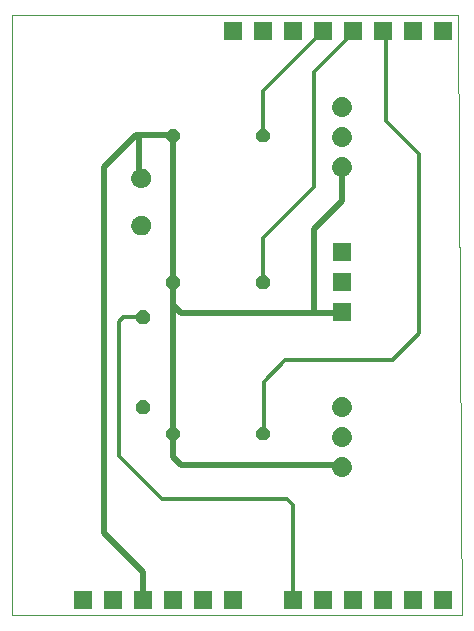
<source format=gtl>
G75*
G71*
%OFA0B0*%
%FSLAX23Y23*%
%IPPOS*%
%LPD*%
%ADD10C,0.1*%
%ADD11C,0.305*%
%ADD12C,0.508*%
%LPD*%D10*
X0Y0D02*
X0Y100D01*
X0Y200D01*
X0Y300D01*
X0Y400D01*
X0Y500D01*
X0Y600D01*
X0Y700D01*
X0Y800D01*
X0Y900D01*
X0Y1000D01*
X0Y1100D01*
X0Y1200D01*
X0Y1300D01*
X0Y1400D01*
X0Y1500D01*
X0Y1600D01*
X0Y1700D01*
X0Y1800D01*
X0Y1900D01*
X0Y2000D01*
X0Y2100D01*
X0Y2200D01*
X0Y2300D01*
X0Y2400D01*
X0Y2500D01*
X0Y2600D01*
X0Y2700D01*
X0Y2800D01*
X0Y2900D01*
X0Y3000D01*
X0Y3100D01*
X0Y3200D01*
X0Y3300D01*
X0Y3400D01*
X0Y3500D01*
X0Y3600D01*
X0Y3700D01*
X0Y3800D01*
X0Y3900D01*
X0Y4000D01*
X0Y4100D01*
X0Y4200D01*
X0Y4300D01*
X0Y4400D01*
X0Y4500D01*
X0Y4600D01*
X0Y4700D01*
X0Y4800D01*
X0Y4900D01*
X0Y5000D01*
X0Y5100D01*
X0Y5200D01*
X0Y5300D01*
X0Y5400D01*
X0Y5500D01*
X0Y5600D01*
X0Y5700D01*
X0Y5800D01*
X0Y5900D01*
X0Y6000D01*
X0Y6100D01*
X0Y6200D01*
X0Y6300D01*
X0Y6400D01*
X0Y6500D01*
X0Y6600D01*
X0Y6700D01*
X0Y6800D01*
X0Y6900D01*
X0Y7000D01*
X0Y7100D01*
X0Y7200D01*
X0Y7300D01*
X0Y7400D01*
X0Y7500D01*
X0Y7600D01*
X0Y7700D01*
X0Y7800D01*
X0Y7900D01*
X0Y8000D01*
X0Y8100D01*
X0Y8200D01*
X0Y8300D01*
X0Y8400D01*
X0Y8500D01*
X0Y8600D01*
X0Y8700D01*
X0Y8800D01*
X0Y8900D01*
X0Y9000D01*
X0Y9100D01*
X0Y9200D01*
X0Y9300D01*
X0Y9400D01*
X0Y9500D01*
X0Y9600D01*
X0Y9700D01*
X0Y9800D01*
X0Y9900D01*
X0Y10000D01*
X0Y10100D01*
X0Y10200D01*
X0Y10300D01*
X0Y10400D01*
X0Y10500D01*
X0Y10600D01*
X0Y10700D01*
X0Y10800D01*
X0Y10900D01*
X0Y11000D01*
X0Y11100D01*
X0Y11200D01*
X0Y11300D01*
X0Y11400D01*
X0Y11500D01*
X0Y11600D01*
X0Y11700D01*
X0Y11800D01*
X0Y11900D01*
X0Y12000D01*
X0Y12100D01*
X0Y12200D01*
X0Y12300D01*
X0Y12400D01*
X0Y12500D01*
X0Y12600D01*
X0Y12700D01*
X0Y12800D01*
X0Y12900D01*
X0Y13000D01*
X0Y13100D01*
X0Y13200D01*
X0Y13300D01*
X0Y13400D01*
X0Y13500D01*
X0Y13600D01*
X0Y13700D01*
X0Y13800D01*
X0Y13900D01*
X0Y14000D01*
X0Y14100D01*
X0Y14200D01*
X0Y14300D01*
X0Y14400D01*
X0Y14500D01*
X0Y14600D01*
X0Y14700D01*
X0Y14800D01*
X0Y14900D01*
X0Y15000D01*
X0Y15100D01*
X0Y15200D01*
X0Y15300D01*
X0Y15400D01*
X0Y15500D01*
X0Y15600D01*
X0Y15700D01*
X0Y15800D01*
X0Y15900D01*
X0Y16000D01*
X0Y16100D01*
X0Y16200D01*
X0Y16300D01*
X0Y16400D01*
X0Y16500D01*
X0Y16600D01*
X0Y16700D01*
X0Y16800D01*
X0Y16900D01*
X0Y17000D01*
X0Y17100D01*
X0Y17200D01*
X0Y17300D01*
X0Y17400D01*
X0Y17500D01*
X0Y17600D01*
X0Y17700D01*
X0Y17800D01*
X0Y17900D01*
X0Y18000D01*
X0Y18100D01*
X0Y18200D01*
X0Y18300D01*
X0Y18400D01*
X0Y18500D01*
X0Y18600D01*
X0Y18700D01*
X0Y18800D01*
X0Y18900D01*
X0Y19000D01*
X0Y19100D01*
X0Y19200D01*
X0Y19300D01*
X0Y19400D01*
X0Y19500D01*
X0Y19600D01*
X0Y19700D01*
X0Y19800D01*
X0Y19900D01*
X0Y20000D01*
X0Y20100D01*
X0Y20200D01*
X0Y20300D01*
X0Y20400D01*
X0Y20500D01*
X0Y20600D01*
X0Y20700D01*
X0Y20800D01*
X0Y20900D01*
X0Y21000D01*
X0Y21100D01*
X0Y21200D01*
X0Y21300D01*
X0Y21400D01*
X0Y21500D01*
X0Y21600D01*
X0Y21700D01*
X0Y21800D01*
X0Y21900D01*
X0Y22000D01*
X0Y22100D01*
X0Y22200D01*
X0Y22300D01*
X0Y22400D01*
X0Y22500D01*
X0Y22600D01*
X0Y22700D01*
X0Y22800D01*
X0Y22900D01*
X0Y23000D01*
X0Y23100D01*
X0Y23200D01*
X0Y23300D01*
X0Y23400D01*
X0Y23500D01*
X0Y23600D01*
X0Y23700D01*
X0Y23800D01*
X0Y23900D01*
X0Y24000D01*
X0Y24100D01*
X0Y24200D01*
X0Y24300D01*
X0Y24400D01*
X0Y24500D01*
X0Y24600D01*
X0Y24700D01*
X0Y24800D01*
X0Y24900D01*
X0Y25000D01*
X0Y25100D01*
X0Y25200D01*
X0Y25300D01*
X0Y25400D01*
X0Y25500D01*
X0Y25600D01*
X0Y25700D01*
X0Y25800D01*
X0Y25900D01*
X0Y26000D01*
X0Y26100D01*
X0Y26200D01*
X0Y26300D01*
X0Y26400D01*
X0Y26500D01*
X0Y26600D01*
X0Y26700D01*
X0Y26800D01*
X0Y26900D01*
X0Y27000D01*
X0Y27100D01*
X0Y27200D01*
X0Y27300D01*
X0Y27400D01*
X0Y27500D01*
X0Y27600D01*
X0Y27700D01*
X0Y27800D01*
X0Y27900D01*
X0Y28000D01*
X0Y28100D01*
X0Y28200D01*
X0Y28300D01*
X0Y28400D01*
X0Y28500D01*
X0Y28600D01*
X0Y28700D01*
X0Y28800D01*
X0Y28900D01*
X0Y29000D01*
X0Y29100D01*
X0Y29200D01*
X0Y29300D01*
X0Y29400D01*
X0Y29500D01*
X0Y29600D01*
X0Y29700D01*
X0Y29800D01*
X0Y29900D01*
X0Y30000D01*
X0Y30100D01*
X0Y30200D01*
X0Y30300D01*
X0Y30400D01*
X0Y30500D01*
X0Y30600D01*
X0Y30700D01*
X0Y30800D01*
X0Y30900D01*
X0Y31000D01*
X0Y31100D01*
X0Y31200D01*
X0Y31300D01*
X0Y31400D01*
X0Y31500D01*
X0Y31600D01*
X0Y31700D01*
X0Y31800D01*
X0Y31900D01*
X0Y32000D01*
X0Y32100D01*
X0Y32200D01*
X0Y32300D01*
X0Y32400D01*
X0Y32500D01*
X0Y32600D01*
X0Y32700D01*
X0Y32800D01*
X0Y32900D01*
X0Y33000D01*
X0Y33100D01*
X0Y33200D01*
X0Y33300D01*
X0Y33400D01*
X0Y33500D01*
X0Y33600D01*
X0Y33700D01*
X0Y33800D01*
X0Y33900D01*
X0Y34000D01*
X0Y34100D01*
X0Y34200D01*
X0Y34300D01*
X0Y34400D01*
X0Y34500D01*
X0Y34600D01*
X0Y34700D01*
X0Y34800D01*
X0Y34900D01*
X0Y35000D01*
X0Y35100D01*
X0Y35200D01*
X0Y35300D01*
X0Y35400D01*
X0Y35500D01*
X0Y35600D01*
X0Y35700D01*
X0Y35800D01*
X0Y35900D01*
X0Y36000D01*
X0Y36100D01*
X0Y36200D01*
X0Y36300D01*
X0Y36400D01*
X0Y36500D01*
X0Y36600D01*
X0Y36700D01*
X0Y36800D01*
X0Y36900D01*
X0Y37000D01*
X0Y37100D01*
X0Y37200D01*
X0Y37300D01*
X0Y37400D01*
X0Y37500D01*
X0Y37600D01*
X0Y37700D01*
X0Y37800D01*
X0Y37900D01*
X0Y38000D01*
X0Y38100D01*
X0Y38200D01*
X0Y38300D01*
X0Y38400D01*
X0Y38500D01*
X0Y38600D01*
X0Y38700D01*
X0Y38800D01*
X0Y38900D01*
X0Y39000D01*
X0Y39100D01*
X0Y39200D01*
X0Y39300D01*
X0Y39400D01*
X0Y39500D01*
X0Y39600D01*
X0Y39700D01*
X0Y39800D01*
X0Y39900D01*
X0Y40000D01*
X0Y40100D01*
X0Y40200D01*
X0Y40300D01*
X0Y40400D01*
X0Y40500D01*
X0Y40600D01*
X0Y40700D01*
X0Y40800D01*
X0Y40900D01*
X0Y41000D01*
X0Y41100D01*
X0Y41200D01*
X0Y41300D01*
X0Y41400D01*
X0Y41500D01*
X0Y41600D01*
X0Y41700D01*
X0Y41800D01*
X0Y41900D01*
X0Y42000D01*
X0Y42100D01*
X0Y42200D01*
X0Y42300D01*
X0Y42400D01*
X0Y42500D01*
X0Y42600D01*
X0Y42700D01*
X0Y42800D01*
X0Y42900D01*
X0Y43000D01*
X0Y43100D01*
X0Y43200D01*
X0Y43300D01*
X0Y43400D01*
X0Y43500D01*
X0Y43600D01*
X0Y43700D01*
X0Y43800D01*
X0Y43900D01*
X0Y44000D01*
X0Y44100D01*
X0Y44200D01*
X0Y44300D01*
X0Y44400D01*
X0Y44500D01*
X0Y44600D01*
X0Y44700D01*
X0Y44800D01*
X0Y44900D01*
X0Y45000D01*
X0Y45100D01*
X0Y45200D01*
X0Y45300D01*
X0Y45400D01*
X0Y45500D01*
X0Y45600D01*
X0Y45700D01*
X0Y45800D01*
X0Y45900D01*
X0Y46000D01*
X0Y46100D01*
X0Y46200D01*
X0Y46300D01*
X0Y46400D01*
X0Y46500D01*
X0Y46600D01*
X0Y46700D01*
X0Y46800D01*
X0Y46900D01*
X0Y47000D01*
X0Y47100D01*
X0Y47200D01*
X0Y47300D01*
X0Y47400D01*
X0Y47500D01*
X0Y47600D01*
X0Y47700D01*
X0Y47800D01*
X0Y47900D01*
X0Y48000D01*
X0Y48100D01*
X0Y48200D01*
X0Y48300D01*
X0Y48400D01*
X0Y48500D01*
X0Y48600D01*
X0Y48700D01*
X0Y48800D01*
X0Y48900D01*
X0Y49000D01*
X0Y49100D01*
X0Y49200D01*
X0Y49300D01*
X0Y49400D01*
X0Y49500D01*
X0Y49600D01*
X0Y49700D01*
X0Y49800D01*
X0Y49900D01*
X0Y50000D01*
X0Y50100D01*
X0Y50200D01*
X0Y50300D01*
X0Y50400D01*
X0Y50500D01*
X0Y50600D01*
X0Y50700D01*
X0Y50800D01*
X100Y50800D01*
X200Y50800D01*
X300Y50800D01*
X400Y50800D01*
X500Y50800D01*
X600Y50800D01*
X699Y50800D01*
X799Y50800D01*
X899Y50800D01*
X999Y50800D01*
X1099Y50800D01*
X1199Y50800D01*
X1299Y50800D01*
X1399Y50800D01*
X1499Y50800D01*
X1599Y50800D01*
X1699Y50800D01*
X1799Y50800D01*
X1899Y50800D01*
X1999Y50800D01*
X2098Y50800D01*
X2198Y50800D01*
X2298Y50800D01*
X2398Y50800D01*
X2498Y50800D01*
X2598Y50800D01*
X2698Y50800D01*
X2798Y50800D01*
X2898Y50800D01*
X2998Y50800D01*
X3098Y50800D01*
X3198Y50800D01*
X3298Y50800D01*
X3397Y50800D01*
X3497Y50800D01*
X3597Y50800D01*
X3697Y50800D01*
X3797Y50800D01*
X3897Y50800D01*
X3997Y50800D01*
X4097Y50800D01*
X4197Y50800D01*
X4297Y50800D01*
X4397Y50800D01*
X4497Y50800D01*
X4597Y50800D01*
X4696Y50800D01*
X4796Y50800D01*
X4896Y50800D01*
X4996Y50800D01*
X5096Y50800D01*
X5196Y50800D01*
X5296Y50800D01*
X5396Y50800D01*
X5496Y50800D01*
X5596Y50800D01*
X5696Y50800D01*
X5796Y50800D01*
X5896Y50800D01*
X5995Y50800D01*
X6095Y50800D01*
X6195Y50800D01*
X6295Y50800D01*
X6395Y50800D01*
X6495Y50800D01*
X6595Y50800D01*
X6695Y50800D01*
X6795Y50800D01*
X6895Y50800D01*
X6995Y50800D01*
X7095Y50800D01*
X7195Y50800D01*
X7295Y50800D01*
X7394Y50800D01*
X7494Y50800D01*
X7594Y50800D01*
X7694Y50800D01*
X7794Y50800D01*
X7894Y50800D01*
X7994Y50800D01*
X8094Y50800D01*
X8194Y50800D01*
X8294Y50800D01*
X8394Y50800D01*
X8494Y50800D01*
X8594Y50800D01*
X8693Y50800D01*
X8793Y50800D01*
X8893Y50800D01*
X8993Y50800D01*
X9093Y50800D01*
X9193Y50800D01*
X9293Y50800D01*
X9393Y50800D01*
X9493Y50800D01*
X9593Y50800D01*
X9693Y50800D01*
X9793Y50800D01*
X9893Y50800D01*
X9992Y50800D01*
X10092Y50800D01*
X10192Y50800D01*
X10292Y50800D01*
X10392Y50800D01*
X10492Y50800D01*
X10592Y50800D01*
X10692Y50800D01*
X10792Y50800D01*
X10892Y50800D01*
X10992Y50800D01*
X11092Y50800D01*
X11192Y50800D01*
X11292Y50800D01*
X11391Y50800D01*
X11491Y50800D01*
X11591Y50800D01*
X11691Y50800D01*
X11791Y50800D01*
X11891Y50800D01*
X11991Y50800D01*
X12091Y50800D01*
X12191Y50800D01*
X12291Y50800D01*
X12391Y50800D01*
X12491Y50800D01*
X12591Y50800D01*
X12690Y50800D01*
X12790Y50800D01*
X12890Y50800D01*
X12990Y50800D01*
X13090Y50800D01*
X13190Y50800D01*
X13290Y50800D01*
X13390Y50800D01*
X13490Y50800D01*
X13590Y50800D01*
X13690Y50800D01*
X13790Y50800D01*
X13890Y50800D01*
X13989Y50800D01*
X14089Y50800D01*
X14189Y50800D01*
X14289Y50800D01*
X14389Y50800D01*
X14489Y50800D01*
X14589Y50800D01*
X14689Y50800D01*
X14789Y50800D01*
X14889Y50800D01*
X14989Y50800D01*
X15089Y50800D01*
X15189Y50800D01*
X15289Y50800D01*
X15388Y50800D01*
X15488Y50800D01*
X15588Y50800D01*
X15688Y50800D01*
X15788Y50800D01*
X15888Y50800D01*
X15988Y50800D01*
X16088Y50800D01*
X16188Y50800D01*
X16288Y50800D01*
X16388Y50800D01*
X16488Y50800D01*
X16588Y50800D01*
X16687Y50800D01*
X16787Y50800D01*
X16887Y50800D01*
X16987Y50800D01*
X17087Y50800D01*
X17187Y50800D01*
X17287Y50800D01*
X17387Y50800D01*
X17487Y50800D01*
X17587Y50800D01*
X17687Y50800D01*
X17787Y50800D01*
X17887Y50800D01*
X17987Y50800D01*
X18086Y50800D01*
X18186Y50800D01*
X18286Y50800D01*
X18386Y50800D01*
X18486Y50800D01*
X18586Y50800D01*
X18686Y50800D01*
X18786Y50800D01*
X18886Y50800D01*
X18986Y50800D01*
X19086Y50800D01*
X19186Y50800D01*
X19286Y50800D01*
X19385Y50800D01*
X19485Y50800D01*
X19585Y50800D01*
X19685Y50800D01*
X19785Y50800D01*
X19885Y50800D01*
X19985Y50800D01*
X20085Y50800D01*
X20185Y50800D01*
X20285Y50800D01*
X20385Y50800D01*
X20485Y50800D01*
X20585Y50800D01*
X20684Y50800D01*
X20784Y50800D01*
X20884Y50800D01*
X20984Y50800D01*
X21084Y50800D01*
X21184Y50800D01*
X21284Y50800D01*
X21384Y50800D01*
X21484Y50800D01*
X21584Y50800D01*
X21684Y50800D01*
X21784Y50800D01*
X21884Y50800D01*
X21984Y50800D01*
X22083Y50800D01*
X22183Y50800D01*
X22283Y50800D01*
X22383Y50800D01*
X22483Y50800D01*
X22583Y50800D01*
X22683Y50800D01*
X22783Y50800D01*
X22883Y50800D01*
X22983Y50800D01*
X23083Y50800D01*
X23183Y50800D01*
X23283Y50800D01*
X23382Y50800D01*
X23482Y50800D01*
X23582Y50800D01*
X23682Y50800D01*
X23782Y50800D01*
X23882Y50800D01*
X23982Y50800D01*
X24082Y50800D01*
X24182Y50800D01*
X24282Y50800D01*
X24382Y50800D01*
X24482Y50800D01*
X24582Y50800D01*
X24682Y50800D01*
X24781Y50800D01*
X24881Y50800D01*
X24981Y50800D01*
X25081Y50800D01*
X25181Y50800D01*
X25281Y50800D01*
X25381Y50800D01*
X25481Y50800D01*
X25581Y50800D01*
X25681Y50800D01*
X25781Y50800D01*
X25881Y50800D01*
X25981Y50800D01*
X26080Y50800D01*
X26180Y50800D01*
X26280Y50800D01*
X26380Y50800D01*
X26480Y50800D01*
X26580Y50800D01*
X26680Y50800D01*
X26780Y50800D01*
X26880Y50800D01*
X26980Y50800D01*
X27080Y50800D01*
X27180Y50800D01*
X27280Y50800D01*
X27379Y50800D01*
X27479Y50800D01*
X27579Y50800D01*
X27679Y50800D01*
X27779Y50800D01*
X27879Y50800D01*
X27979Y50800D01*
X28079Y50800D01*
X28179Y50800D01*
X28279Y50800D01*
X28379Y50800D01*
X28479Y50800D01*
X28579Y50800D01*
X28679Y50800D01*
X28778Y50800D01*
X28878Y50800D01*
X28978Y50800D01*
X29078Y50800D01*
X29178Y50800D01*
X29278Y50800D01*
X29378Y50800D01*
X29478Y50800D01*
X29578Y50800D01*
X29678Y50800D01*
X29778Y50800D01*
X29878Y50800D01*
X29978Y50800D01*
X30077Y50800D01*
X30177Y50800D01*
X30277Y50800D01*
X30377Y50800D01*
X30477Y50800D01*
X30577Y50800D01*
X30677Y50800D01*
X30777Y50800D01*
X30877Y50800D01*
X30977Y50800D01*
X31077Y50800D01*
X31177Y50800D01*
X31277Y50800D01*
X31377Y50800D01*
X31476Y50800D01*
X31576Y50800D01*
X31676Y50800D01*
X31776Y50800D01*
X31876Y50800D01*
X31976Y50800D01*
X32076Y50800D01*
X32176Y50800D01*
X32276Y50800D01*
X32376Y50800D01*
X32476Y50800D01*
X32576Y50800D01*
X32676Y50800D01*
X32775Y50800D01*
X32875Y50800D01*
X32975Y50800D01*
X33075Y50800D01*
X33175Y50800D01*
X33275Y50800D01*
X33375Y50800D01*
X33475Y50800D01*
X33575Y50800D01*
X33675Y50800D01*
X33775Y50800D01*
X33875Y50800D01*
X33975Y50800D01*
X34075Y50800D01*
X34174Y50800D01*
X34274Y50800D01*
X34374Y50800D01*
X34474Y50800D01*
X34574Y50800D01*
X34674Y50800D01*
X34774Y50800D01*
X34874Y50800D01*
X34974Y50800D01*
X35074Y50800D01*
X35174Y50800D01*
X35274Y50800D01*
X35374Y50800D01*
X35473Y50800D01*
X35573Y50800D01*
X35673Y50800D01*
X35773Y50800D01*
X35873Y50800D01*
X35973Y50800D01*
X36073Y50800D01*
X36173Y50800D01*
X36273Y50800D01*
X36373Y50800D01*
X36473Y50800D01*
X36573Y50800D01*
X36673Y50800D01*
X36773Y50800D01*
X36872Y50800D01*
X36972Y50800D01*
X37072Y50800D01*
X37172Y50800D01*
X37272Y50800D01*
X37372Y50800D01*
X37472Y50800D01*
X37572Y50800D01*
X37672Y50800D01*
X37772Y50800D01*
X37772Y50700D01*
X37773Y50600D01*
X37774Y50501D01*
X37774Y50401D01*
X37775Y50301D01*
X37776Y50201D01*
X37776Y50101D01*
X37777Y50002D01*
X37778Y49902D01*
X37778Y49802D01*
X37779Y49702D01*
X37780Y49602D01*
X37780Y49503D01*
X37781Y49403D01*
X37782Y49303D01*
X37782Y49203D01*
X37783Y49103D01*
X37783Y49004D01*
X37784Y48904D01*
X37785Y48804D01*
X37785Y48704D01*
X37786Y48604D01*
X37787Y48505D01*
X37787Y48405D01*
X37788Y48305D01*
X37789Y48205D01*
X37789Y48105D01*
X37790Y48006D01*
X37791Y47906D01*
X37791Y47806D01*
X37792Y47706D01*
X37792Y47606D01*
X37793Y47507D01*
X37794Y47407D01*
X37794Y47307D01*
X37795Y47207D01*
X37796Y47107D01*
X37796Y47007D01*
X37797Y46908D01*
X37798Y46808D01*
X37798Y46708D01*
X37799Y46608D01*
X37800Y46508D01*
X37800Y46409D01*
X37801Y46309D01*
X37801Y46209D01*
X37802Y46109D01*
X37803Y46009D01*
X37803Y45910D01*
X37804Y45810D01*
X37805Y45710D01*
X37805Y45610D01*
X37806Y45510D01*
X37807Y45411D01*
X37807Y45311D01*
X37808Y45211D01*
X37809Y45111D01*
X37809Y45011D01*
X37810Y44912D01*
X37811Y44812D01*
X37811Y44712D01*
X37812Y44612D01*
X37812Y44512D01*
X37813Y44413D01*
X37814Y44313D01*
X37814Y44213D01*
X37815Y44113D01*
X37816Y44013D01*
X37816Y43914D01*
X37817Y43814D01*
X37818Y43714D01*
X37818Y43614D01*
X37819Y43514D01*
X37820Y43415D01*
X37820Y43315D01*
X37821Y43215D01*
X37821Y43115D01*
X37822Y43015D01*
X37823Y42916D01*
X37823Y42816D01*
X37824Y42716D01*
X37825Y42616D01*
X37825Y42516D01*
X37826Y42417D01*
X37827Y42317D01*
X37827Y42217D01*
X37828Y42117D01*
X37829Y42017D01*
X37829Y41918D01*
X37830Y41818D01*
X37831Y41718D01*
X37831Y41618D01*
X37832Y41518D01*
X37832Y41419D01*
X37833Y41319D01*
X37834Y41219D01*
X37834Y41119D01*
X37835Y41019D01*
X37836Y40920D01*
X37836Y40820D01*
X37837Y40720D01*
X37838Y40620D01*
X37838Y40520D01*
X37839Y40420D01*
X37840Y40321D01*
X37840Y40221D01*
X37841Y40121D01*
X37841Y40021D01*
X37842Y39921D01*
X37843Y39822D01*
X37843Y39722D01*
X37844Y39622D01*
X37845Y39522D01*
X37845Y39422D01*
X37846Y39323D01*
X37847Y39223D01*
X37847Y39123D01*
X37848Y39023D01*
X37849Y38923D01*
X37849Y38824D01*
X37850Y38724D01*
X37850Y38624D01*
X37851Y38524D01*
X37852Y38424D01*
X37852Y38325D01*
X37853Y38225D01*
X37854Y38125D01*
X37854Y38025D01*
X37855Y37925D01*
X37856Y37826D01*
X37856Y37726D01*
X37857Y37626D01*
X37858Y37526D01*
X37858Y37426D01*
X37859Y37327D01*
X37860Y37227D01*
X37860Y37127D01*
X37861Y37027D01*
X37861Y36927D01*
X37862Y36828D01*
X37863Y36728D01*
X37863Y36628D01*
X37864Y36528D01*
X37865Y36428D01*
X37865Y36329D01*
X37866Y36229D01*
X37867Y36129D01*
X37867Y36029D01*
X37868Y35929D01*
X37869Y35830D01*
X37869Y35730D01*
X37870Y35630D01*
X37870Y35530D01*
X37871Y35430D01*
X37872Y35331D01*
X37872Y35231D01*
X37873Y35131D01*
X37874Y35031D01*
X37874Y34931D01*
X37875Y34832D01*
X37876Y34732D01*
X37876Y34632D01*
X37877Y34532D01*
X37878Y34432D01*
X37878Y34332D01*
X37879Y34233D01*
X37880Y34133D01*
X37880Y34033D01*
X37881Y33933D01*
X37881Y33833D01*
X37882Y33734D01*
X37883Y33634D01*
X37883Y33534D01*
X37884Y33434D01*
X37885Y33334D01*
X37885Y33235D01*
X37886Y33135D01*
X37887Y33035D01*
X37887Y32935D01*
X37888Y32835D01*
X37889Y32736D01*
X37889Y32636D01*
X37890Y32536D01*
X37890Y32436D01*
X37891Y32336D01*
X37892Y32237D01*
X37892Y32137D01*
X37893Y32037D01*
X37894Y31937D01*
X37894Y31837D01*
X37895Y31738D01*
X37896Y31638D01*
X37896Y31538D01*
X37897Y31438D01*
X37898Y31338D01*
X37898Y31239D01*
X37899Y31139D01*
X37899Y31039D01*
X37900Y30939D01*
X37901Y30839D01*
X37901Y30740D01*
X37902Y30640D01*
X37903Y30540D01*
X37903Y30440D01*
X37904Y30340D01*
X37905Y30241D01*
X37905Y30141D01*
X37906Y30041D01*
X37907Y29941D01*
X37907Y29841D01*
X37908Y29742D01*
X37909Y29642D01*
X37909Y29542D01*
X37910Y29442D01*
X37910Y29342D01*
X37911Y29243D01*
X37912Y29143D01*
X37912Y29043D01*
X37913Y28943D01*
X37914Y28843D01*
X37914Y28744D01*
X37915Y28644D01*
X37916Y28544D01*
X37916Y28444D01*
X37917Y28344D01*
X37918Y28245D01*
X37918Y28145D01*
X37919Y28045D01*
X37919Y27945D01*
X37920Y27845D01*
X37921Y27745D01*
X37921Y27646D01*
X37922Y27546D01*
X37923Y27446D01*
X37923Y27346D01*
X37924Y27246D01*
X37925Y27147D01*
X37925Y27047D01*
X37926Y26947D01*
X37927Y26847D01*
X37927Y26747D01*
X37928Y26648D01*
X37929Y26548D01*
X37929Y26448D01*
X37930Y26348D01*
X37930Y26248D01*
X37931Y26149D01*
X37932Y26049D01*
X37932Y25949D01*
X37933Y25849D01*
X37934Y25749D01*
X37934Y25650D01*
X37935Y25550D01*
X37936Y25450D01*
X37936Y25350D01*
X37937Y25250D01*
X37938Y25151D01*
X37938Y25051D01*
X37939Y24951D01*
X37939Y24851D01*
X37940Y24751D01*
X37941Y24652D01*
X37941Y24552D01*
X37942Y24452D01*
X37943Y24352D01*
X37943Y24252D01*
X37944Y24153D01*
X37945Y24053D01*
X37945Y23953D01*
X37946Y23853D01*
X37947Y23753D01*
X37947Y23654D01*
X37948Y23554D01*
X37948Y23454D01*
X37949Y23354D01*
X37950Y23254D01*
X37950Y23155D01*
X37951Y23055D01*
X37952Y22955D01*
X37952Y22855D01*
X37953Y22755D01*
X37954Y22656D01*
X37954Y22556D01*
X37955Y22456D01*
X37956Y22356D01*
X37956Y22256D01*
X37957Y22157D01*
X37958Y22057D01*
X37958Y21957D01*
X37959Y21857D01*
X37959Y21757D01*
X37960Y21657D01*
X37961Y21558D01*
X37961Y21458D01*
X37962Y21358D01*
X37963Y21258D01*
X37963Y21158D01*
X37964Y21059D01*
X37965Y20959D01*
X37965Y20859D01*
X37966Y20759D01*
X37967Y20659D01*
X37967Y20560D01*
X37968Y20460D01*
X37968Y20360D01*
X37969Y20260D01*
X37970Y20160D01*
X37970Y20061D01*
X37971Y19961D01*
X37972Y19861D01*
X37972Y19761D01*
X37973Y19661D01*
X37974Y19562D01*
X37974Y19462D01*
X37975Y19362D01*
X37976Y19262D01*
X37976Y19162D01*
X37977Y19063D01*
X37978Y18963D01*
X37978Y18863D01*
X37979Y18763D01*
X37979Y18663D01*
X37980Y18564D01*
X37981Y18464D01*
X37981Y18364D01*
X37982Y18264D01*
X37983Y18164D01*
X37983Y18065D01*
X37984Y17965D01*
X37985Y17865D01*
X37985Y17765D01*
X37986Y17665D01*
X37987Y17566D01*
X37987Y17466D01*
X37988Y17366D01*
X37988Y17266D01*
X37989Y17166D01*
X37990Y17067D01*
X37990Y16967D01*
X37991Y16867D01*
X37992Y16767D01*
X37992Y16667D01*
X37993Y16568D01*
X37994Y16468D01*
X37994Y16368D01*
X37995Y16268D01*
X37996Y16168D01*
X37996Y16068D01*
X37997Y15969D01*
X37997Y15869D01*
X37998Y15769D01*
X37999Y15669D01*
X37999Y15569D01*
X38000Y15470D01*
X38001Y15370D01*
X38001Y15270D01*
X38002Y15170D01*
X38003Y15070D01*
X38003Y14971D01*
X38004Y14871D01*
X38005Y14771D01*
X38005Y14671D01*
X38006Y14571D01*
X38007Y14472D01*
X38007Y14372D01*
X38008Y14272D01*
X38008Y14172D01*
X38009Y14072D01*
X38010Y13973D01*
X38010Y13873D01*
X38011Y13773D01*
X38012Y13673D01*
X38012Y13573D01*
X38013Y13474D01*
X38014Y13374D01*
X38014Y13274D01*
X38015Y13174D01*
X38016Y13074D01*
X38016Y12975D01*
X38017Y12875D01*
X38017Y12775D01*
X38018Y12675D01*
X38019Y12575D01*
X38019Y12476D01*
X38020Y12376D01*
X38021Y12276D01*
X38021Y12176D01*
X38022Y12076D01*
X38023Y11977D01*
X38023Y11877D01*
X38024Y11777D01*
X38025Y11677D01*
X38025Y11577D01*
X38026Y11478D01*
X38027Y11378D01*
X38027Y11278D01*
X38028Y11178D01*
X38028Y11078D01*
X38029Y10979D01*
X38030Y10879D01*
X38030Y10779D01*
X38031Y10679D01*
X38032Y10579D01*
X38032Y10479D01*
X38033Y10380D01*
X38034Y10280D01*
X38034Y10180D01*
X38035Y10080D01*
X38036Y9980D01*
X38036Y9881D01*
X38037Y9781D01*
X38037Y9681D01*
X38038Y9581D01*
X38039Y9481D01*
X38039Y9382D01*
X38040Y9282D01*
X38041Y9182D01*
X38041Y9082D01*
X38042Y8982D01*
X38043Y8883D01*
X38043Y8783D01*
X38044Y8683D01*
X38045Y8583D01*
X38045Y8483D01*
X38046Y8384D01*
X38046Y8284D01*
X38047Y8184D01*
X38048Y8084D01*
X38048Y7984D01*
X38049Y7885D01*
X38050Y7785D01*
X38050Y7685D01*
X38051Y7585D01*
X38052Y7485D01*
X38052Y7386D01*
X38053Y7286D01*
X38054Y7186D01*
X38054Y7086D01*
X38055Y6986D01*
X38056Y6887D01*
X38056Y6787D01*
X38057Y6687D01*
X38057Y6587D01*
X38058Y6487D01*
X38059Y6388D01*
X38059Y6288D01*
X38060Y6188D01*
X38061Y6088D01*
X38061Y5988D01*
X38062Y5889D01*
X38063Y5789D01*
X38063Y5689D01*
X38064Y5589D01*
X38065Y5489D01*
X38065Y5389D01*
X38066Y5290D01*
X38066Y5190D01*
X38067Y5090D01*
X38068Y4990D01*
X38068Y4890D01*
X38069Y4791D01*
X38070Y4691D01*
X38070Y4591D01*
X38071Y4491D01*
X38072Y4391D01*
X38072Y4292D01*
X38073Y4192D01*
X38074Y4092D01*
X38074Y3992D01*
X38075Y3892D01*
X38076Y3793D01*
X38076Y3693D01*
X38077Y3593D01*
X38077Y3493D01*
X38078Y3393D01*
X38079Y3294D01*
X38079Y3194D01*
X38080Y3094D01*
X38081Y2994D01*
X38081Y2894D01*
X38082Y2795D01*
X38083Y2695D01*
X38083Y2595D01*
X38084Y2495D01*
X38085Y2395D01*
X38085Y2296D01*
X38086Y2196D01*
X38086Y2096D01*
X38087Y1996D01*
X38088Y1896D01*
X38088Y1797D01*
X38089Y1697D01*
X38090Y1597D01*
X38090Y1497D01*
X38091Y1397D01*
X38092Y1298D01*
X38092Y1198D01*
X38093Y1098D01*
X38094Y998D01*
X38094Y898D01*
X38095Y798D01*
X38095Y699D01*
X38096Y599D01*
X38097Y499D01*
X38097Y399D01*
X38098Y299D01*
X38099Y200D01*
X38099Y100D01*
X38100Y0D01*
X38000Y0D01*
X37900Y0D01*
X37800Y0D01*
X37700Y0D01*
X37600Y0D01*
X37500Y0D01*
X37400Y0D01*
X37300Y0D01*
X37200Y0D01*
X37100Y0D01*
X37000Y0D01*
X36900Y0D01*
X36800Y0D01*
X36700Y0D01*
X36600Y0D01*
X36500Y0D01*
X36400Y0D01*
X36300Y0D01*
X36200Y0D01*
X36100Y0D01*
X36000Y0D01*
X35900Y0D01*
X35800Y0D01*
X35700Y0D01*
X35600Y0D01*
X35500Y0D01*
X35400Y0D01*
X35300Y0D01*
X35200Y0D01*
X35100Y0D01*
X35000Y0D01*
X34900Y0D01*
X34800Y0D01*
X34700Y0D01*
X34600Y0D01*
X34500Y0D01*
X34400Y0D01*
X34300Y0D01*
X34200Y0D01*
X34100Y0D01*
X34000Y0D01*
X33900Y0D01*
X33800Y0D01*
X33700Y0D01*
X33600Y0D01*
X33500Y0D01*
X33400Y0D01*
X33300Y0D01*
X33200Y0D01*
X33100Y0D01*
X33000Y0D01*
X32900Y0D01*
X32800Y0D01*
X32700Y0D01*
X32600Y0D01*
X32500Y0D01*
X32400Y0D01*
X32300Y0D01*
X32200Y0D01*
X32100Y0D01*
X32000Y0D01*
X31900Y0D01*
X31800Y0D01*
X31700Y0D01*
X31600Y0D01*
X31500Y0D01*
X31400Y0D01*
X31300Y0D01*
X31200Y0D01*
X31100Y0D01*
X31000Y0D01*
X30900Y0D01*
X30800Y0D01*
X30700Y0D01*
X30600Y0D01*
X30500Y0D01*
X30400Y0D01*
X30300Y0D01*
X30200Y0D01*
X30100Y0D01*
X30000Y0D01*
X29900Y0D01*
X29800Y0D01*
X29700Y0D01*
X29600Y0D01*
X29500Y0D01*
X29400Y0D01*
X29300Y0D01*
X29200Y0D01*
X29100Y0D01*
X29000Y0D01*
X28900Y0D01*
X28800Y0D01*
X28700Y0D01*
X28600Y0D01*
X28500Y0D01*
X28400Y0D01*
X28300Y0D01*
X28200Y0D01*
X28100Y0D01*
X28000Y0D01*
X27900Y0D01*
X27800Y0D01*
X27700Y0D01*
X27600Y0D01*
X27500Y0D01*
X27400Y0D01*
X27300Y0D01*
X27200Y0D01*
X27100Y0D01*
X27000Y0D01*
X26900Y0D01*
X26800Y0D01*
X26700Y0D01*
X26600Y0D01*
X26500Y0D01*
X26400Y0D01*
X26300Y0D01*
X26200Y0D01*
X26100Y0D01*
X26000Y0D01*
X25900Y0D01*
X25800Y0D01*
X25700Y0D01*
X25600Y0D01*
X25500Y0D01*
X25400Y0D01*
X25300Y0D01*
X25200Y0D01*
X25100Y0D01*
X25000Y0D01*
X24900Y0D01*
X24800Y0D01*
X24700Y0D01*
X24600Y0D01*
X24500Y0D01*
X24400Y0D01*
X24300Y0D01*
X24200Y0D01*
X24100Y0D01*
X24000Y0D01*
X23900Y0D01*
X23800Y0D01*
X23700Y0D01*
X23600Y0D01*
X23500Y0D01*
X23400Y0D01*
X23300Y0D01*
X23200Y0D01*
X23100Y0D01*
X23000Y0D01*
X22900Y0D01*
X22800Y0D01*
X22700Y0D01*
X22600Y0D01*
X22500Y0D01*
X22400Y0D01*
X22300Y0D01*
X22200Y0D01*
X22100Y0D01*
X22000Y0D01*
X21900Y0D01*
X21800Y0D01*
X21700Y0D01*
X21600Y0D01*
X21500Y0D01*
X21400Y0D01*
X21300Y0D01*
X21200Y0D01*
X21100Y0D01*
X21000Y0D01*
X20900Y0D01*
X20800Y0D01*
X20700Y0D01*
X20600Y0D01*
X20500Y0D01*
X20400Y0D01*
X20300Y0D01*
X20200Y0D01*
X20100Y0D01*
X20000Y0D01*
X19900Y0D01*
X19800Y0D01*
X19700Y0D01*
X19600Y0D01*
X19500Y0D01*
X19400Y0D01*
X19300Y0D01*
X19200Y0D01*
X19100Y0D01*
X19000Y0D01*
X18900Y0D01*
X18800Y0D01*
X18700Y0D01*
X18600Y0D01*
X18500Y0D01*
X18400Y0D01*
X18300Y0D01*
X18200Y0D01*
X18100Y0D01*
X18000Y0D01*
X17900Y0D01*
X17800Y0D01*
X17700Y0D01*
X17600Y0D01*
X17500Y0D01*
X17400Y0D01*
X17300Y0D01*
X17200Y0D01*
X17100Y0D01*
X17000Y0D01*
X16900Y0D01*
X16800Y0D01*
X16700Y0D01*
X16600Y0D01*
X16500Y0D01*
X16400Y0D01*
X16300Y0D01*
X16200Y0D01*
X16100Y0D01*
X16000Y0D01*
X15900Y0D01*
X15800Y0D01*
X15700Y0D01*
X15600Y0D01*
X15500Y0D01*
X15400Y0D01*
X15300Y0D01*
X15200Y0D01*
X15100Y0D01*
X15000Y0D01*
X14900Y0D01*
X14800Y0D01*
X14700Y0D01*
X14600Y0D01*
X14500Y0D01*
X14400Y0D01*
X14300Y0D01*
X14200Y0D01*
X14100Y0D01*
X14000Y0D01*
X13900Y0D01*
X13800Y0D01*
X13700Y0D01*
X13600Y0D01*
X13500Y0D01*
X13400Y0D01*
X13300Y0D01*
X13200Y0D01*
X13100Y0D01*
X13000Y0D01*
X12900Y0D01*
X12800Y0D01*
X12700Y0D01*
X12600Y0D01*
X12500Y0D01*
X12400Y0D01*
X12300Y0D01*
X12200Y0D01*
X12100Y0D01*
X12000Y0D01*
X11900Y0D01*
X11800Y0D01*
X11700Y0D01*
X11600Y0D01*
X11500Y0D01*
X11400Y0D01*
X11300Y0D01*
X11200Y0D01*
X11100Y0D01*
X11000Y0D01*
X10900Y0D01*
X10800Y0D01*
X10700Y0D01*
X10600Y0D01*
X10500Y0D01*
X10400Y0D01*
X10300Y0D01*
X10200Y0D01*
X10100Y0D01*
X10000Y0D01*
X9900Y0D01*
X9800Y0D01*
X9700Y0D01*
X9600Y0D01*
X9500Y0D01*
X9400Y0D01*
X9300Y0D01*
X9200Y0D01*
X9100Y0D01*
X9000Y0D01*
X8900Y0D01*
X8800Y0D01*
X8700Y0D01*
X8600Y0D01*
X8500Y0D01*
X8400Y0D01*
X8300Y0D01*
X8200Y0D01*
X8100Y0D01*
X8000Y0D01*
X7900Y0D01*
X7800Y0D01*
X7700Y0D01*
X7600Y0D01*
X7500Y0D01*
X7400Y0D01*
X7300Y0D01*
X7200Y0D01*
X7100Y0D01*
X7000Y0D01*
X6900Y0D01*
X6800Y0D01*
X6700Y0D01*
X6600Y0D01*
X6500Y0D01*
X6400Y0D01*
X6300Y0D01*
X6200Y0D01*
X6100Y0D01*
X6000Y0D01*
X5900Y0D01*
X5800Y0D01*
X5700Y0D01*
X5600Y0D01*
X5500Y0D01*
X5400Y0D01*
X5300Y0D01*
X5200Y0D01*
X5100Y0D01*
X5000Y0D01*
X4900Y0D01*
X4800Y0D01*
X4700Y0D01*
X4600Y0D01*
X4500Y0D01*
X4400Y0D01*
X4300Y0D01*
X4200Y0D01*
X4100Y0D01*
X4000Y0D01*
X3900Y0D01*
X3800Y0D01*
X3700Y0D01*
X3600Y0D01*
X3500Y0D01*
X3400Y0D01*
X3300Y0D01*
X3200Y0D01*
X3100Y0D01*
X3000Y0D01*
X2900Y0D01*
X2800Y0D01*
X2700Y0D01*
X2600Y0D01*
X2500Y0D01*
X2400Y0D01*
X2300Y0D01*
X2200Y0D01*
X2100Y0D01*
X2000Y0D01*
X1900Y0D01*
X1800Y0D01*
X1700Y0D01*
X1600Y0D01*
X1500Y0D01*
X1400Y0D01*
X1300Y0D01*
X1200Y0D01*
X1100Y0D01*
X1000Y0D01*
X900Y0D01*
X800Y0D01*
X700Y0D01*
X600Y0D01*
X500Y0D01*
X400Y0D01*
X300Y0D01*
X200Y0D01*
X100Y0D01*
X0Y0D01*
X0Y0D01*
D11*
X9681Y25271D02*
X11105Y25271D01*
D11*
X9446Y25271D02*
X11105Y25271D01*
D11*
X9046Y24871D02*
X9446Y25271D01*
D11*
X9046Y13454D02*
X9046Y24871D01*
D11*
X23315Y9811D02*
X23810Y9316D01*
D11*
X12689Y9811D02*
X23315Y9811D01*
D11*
X9046Y13454D02*
X12689Y9811D01*
D11*
X23805Y9311D02*
X23810Y9316D01*
D11*
X23805Y1301D02*
X23805Y9311D01*
D12*
X27811Y12700D02*
X27940Y12571D01*
D12*
X14351Y12700D02*
X27811Y12700D01*
D12*
X13645Y13406D02*
X14351Y12700D01*
D12*
X13645Y15388D02*
X13645Y13406D01*
D12*
X27940Y12571D02*
X27940Y12571D01*
D12*
X27855Y25588D02*
X27940Y25674D01*
D12*
X14331Y25588D02*
X27855Y25588D01*
D12*
X13655Y26264D02*
X14331Y25588D01*
D12*
X27940Y25674D02*
X27940Y25674D01*
D12*
X13645Y40640D02*
X13774Y40511D01*
D12*
X13655Y15398D02*
X13645Y15388D01*
D12*
X13645Y28214D02*
X13655Y15398D01*
D12*
X13645Y28214D02*
X13645Y28214D01*
D12*
X13645Y40640D02*
X13645Y28214D01*
D12*
X13645Y28214D02*
X13645Y28214D01*
D12*
X13645Y40640D02*
X13645Y40640D01*
D12*
X13645Y40640D02*
X13645Y40640D01*
D12*
X27940Y35084D02*
X27940Y37971D01*
D12*
X25553Y32697D02*
X27940Y35084D01*
D12*
X25553Y25588D02*
X25553Y32697D01*
D12*
X27940Y37971D02*
X27940Y37971D01*
D12*
X13645Y40640D02*
X13645Y40640D01*
D12*
X13645Y40640D02*
X13645Y40640D01*
D12*
X10481Y40640D02*
X7835Y37995D01*
D12*
X13645Y40640D02*
X10481Y40640D01*
D12*
X10746Y37222D02*
X10948Y37020D01*
D12*
X10746Y40640D02*
X10746Y37222D01*
D12*
X10948Y37020D02*
X10948Y37020D01*
D12*
X7835Y6949D02*
X7835Y37995D01*
D12*
X11105Y3679D02*
X7835Y6949D01*
D12*
X11105Y1301D02*
X11105Y3679D01*
D11*
X23129Y21611D02*
X32279Y21611D01*
D11*
X21307Y19789D02*
X23129Y21611D01*
D11*
X34394Y23726D02*
X32279Y21611D01*
D11*
X32190Y21611D02*
X34477Y23898D01*
D11*
X31650Y49861D02*
X31642Y49869D01*
D11*
X31650Y41854D02*
X31650Y49861D01*
D11*
X34477Y39026D02*
X31650Y41854D01*
D11*
X34477Y23898D02*
X34477Y39026D01*
D11*
X31642Y49869D02*
X31642Y49829D01*
D11*
X31642Y49829D02*
X31425Y49494D01*
D11*
X21307Y15282D02*
X21265Y15240D01*
D11*
X21307Y19789D02*
X21307Y15282D01*
D11*
X21265Y15388D02*
X21265Y15240D01*
D11*
X25612Y46015D02*
X28885Y49288D01*
D11*
X25612Y36310D02*
X25612Y46015D01*
D11*
X28885Y49494D02*
X28885Y49288D01*
D11*
X21262Y31960D02*
X25612Y36310D01*
D11*
X21262Y28217D02*
X21265Y28214D01*
D11*
X21262Y31960D02*
X21262Y28217D01*
D11*
X21265Y28214D02*
X21265Y28214D01*
D11*
X26345Y49494D02*
X26345Y49208D01*
D11*
X26345Y49494D02*
X26345Y49494D01*
D11*
X21283Y40658D02*
X21265Y40640D01*
D11*
X21283Y44432D02*
X21283Y40658D01*
D11*
X26345Y49494D02*
X21283Y44432D01*
D11*
X21265Y40640D02*
X21265Y40640D01*
D11*
X26345Y49494D02*
X26345Y49494D01*
G36*
X5263Y539D02*
X6787Y539D01*
X6787Y2063D01*
X5263Y2063D01*
X5263Y539D01*
G37*
G36*
X7803Y539D02*
X9327Y539D01*
X9327Y2063D01*
X7803Y2063D01*
X7803Y539D01*
G37*
G36*
X10343Y539D02*
X11867Y539D01*
X11867Y2063D01*
X10343Y2063D01*
X10343Y539D01*
G37*
G36*
X12883Y539D02*
X14407Y539D01*
X14407Y2063D01*
X12883Y2063D01*
X12883Y539D01*
G37*
G36*
X15423Y539D02*
X16947Y539D01*
X16947Y2063D01*
X15423Y2063D01*
X15423Y539D01*
G37*
G36*
X17963Y539D02*
X19487Y539D01*
X19487Y2063D01*
X17963Y2063D01*
X17963Y539D01*
G37*
G36*
X23043Y539D02*
X24567Y539D01*
X24567Y2063D01*
X23043Y2063D01*
X23043Y539D01*
G37*
G36*
X25583Y539D02*
X27107Y539D01*
X27107Y2063D01*
X25583Y2063D01*
X25583Y539D01*
G37*
G36*
X28123Y539D02*
X29647Y539D01*
X29647Y2063D01*
X28123Y2063D01*
X28123Y539D01*
G37*
G36*
X30663Y539D02*
X32187Y539D01*
X32187Y2063D01*
X30663Y2063D01*
X30663Y539D01*
G37*
G36*
X33203Y539D02*
X34727Y539D01*
X34727Y2063D01*
X33203Y2063D01*
X33203Y539D01*
G37*
G36*
X35743Y539D02*
X37267Y539D01*
X37267Y2063D01*
X35743Y2063D01*
X35743Y539D01*
G37*
G36*
X17963Y48732D02*
X19487Y48732D01*
X19487Y50256D01*
X17963Y50256D01*
X17963Y48732D01*
G37*
G36*
X20503Y48732D02*
X22027Y48732D01*
X22027Y50256D01*
X20503Y50256D01*
X20503Y48732D01*
G37*
G36*
X23043Y48732D02*
X24567Y48732D01*
X24567Y50256D01*
X23043Y50256D01*
X23043Y48732D01*
G37*
G36*
X25583Y48732D02*
X27107Y48732D01*
X27107Y50256D01*
X25583Y50256D01*
X25583Y48732D01*
G37*
G36*
X28123Y48732D02*
X29647Y48732D01*
X29647Y50256D01*
X28123Y50256D01*
X28123Y48732D01*
G37*
G36*
X30663Y48732D02*
X32187Y48732D01*
X32187Y50256D01*
X30663Y50256D01*
X30663Y48732D01*
G37*
G36*
X33203Y48732D02*
X34727Y48732D01*
X34727Y50256D01*
X33203Y50256D01*
X33203Y48732D01*
G37*
G36*
X35743Y48732D02*
X37267Y48732D01*
X37267Y50256D01*
X35743Y50256D01*
X35743Y48732D01*
G37*
G36*
X10948Y37858D02*
X10851Y37853D01*
X10755Y37836D01*
X10661Y37809D01*
X10572Y37770D01*
X10488Y37721D01*
X10410Y37663D01*
X10339Y37596D01*
X10276Y37521D01*
X10223Y37439D01*
X10179Y37352D01*
X10145Y37261D01*
X10122Y37166D01*
X10111Y37069D01*
X10111Y36972D01*
X10122Y36875D01*
X10145Y36780D01*
X10179Y36688D01*
X10223Y36601D01*
X10276Y36520D01*
X10339Y36445D01*
X10410Y36378D01*
X10488Y36320D01*
X10572Y36271D01*
X10662Y36233D01*
X10755Y36205D01*
X10851Y36188D01*
X10948Y36182D01*
X11046Y36187D01*
X11142Y36204D01*
X11235Y36231D01*
X11325Y36270D01*
X11409Y36319D01*
X11487Y36377D01*
X11558Y36444D01*
X11621Y36519D01*
X11674Y36601D01*
X11718Y36688D01*
X11752Y36779D01*
X11774Y36874D01*
X11786Y36971D01*
X11786Y37068D01*
X11775Y37165D01*
X11752Y37260D01*
X11718Y37352D01*
X11674Y37439D01*
X11621Y37520D01*
X11558Y37595D01*
X11487Y37662D01*
X11409Y37720D01*
X11325Y37769D01*
X11235Y37807D01*
X11142Y37835D01*
X11046Y37852D01*
X10948Y37858D01*
G37*
G36*
X10948Y33858D02*
X10851Y33853D01*
X10755Y33836D01*
X10661Y33809D01*
X10572Y33770D01*
X10488Y33721D01*
X10410Y33663D01*
X10339Y33596D01*
X10276Y33521D01*
X10223Y33439D01*
X10179Y33352D01*
X10145Y33261D01*
X10122Y33166D01*
X10111Y33069D01*
X10111Y32972D01*
X10122Y32875D01*
X10145Y32780D01*
X10179Y32688D01*
X10223Y32601D01*
X10276Y32520D01*
X10339Y32445D01*
X10410Y32378D01*
X10488Y32320D01*
X10572Y32271D01*
X10662Y32233D01*
X10755Y32205D01*
X10851Y32188D01*
X10948Y32182D01*
X11046Y32187D01*
X11142Y32204D01*
X11235Y32231D01*
X11325Y32270D01*
X11409Y32319D01*
X11487Y32377D01*
X11558Y32444D01*
X11621Y32519D01*
X11674Y32601D01*
X11718Y32688D01*
X11752Y32779D01*
X11774Y32874D01*
X11786Y32971D01*
X11786Y33068D01*
X11775Y33165D01*
X11752Y33260D01*
X11718Y33352D01*
X11674Y33439D01*
X11621Y33520D01*
X11558Y33595D01*
X11487Y33662D01*
X11409Y33720D01*
X11325Y33769D01*
X11235Y33807D01*
X11142Y33835D01*
X11046Y33852D01*
X10948Y33858D01*
G37*
G36*
X27102Y37971D02*
X27107Y37874D01*
X27124Y37778D01*
X27151Y37684D01*
X27190Y37595D01*
X27239Y37510D01*
X27297Y37432D01*
X27364Y37362D01*
X27439Y37299D01*
X27521Y37246D01*
X27608Y37202D01*
X27699Y37168D01*
X27794Y37145D01*
X27891Y37134D01*
X27988Y37133D01*
X28085Y37145D01*
X28180Y37168D01*
X28272Y37201D01*
X28359Y37245D01*
X28440Y37299D01*
X28515Y37361D01*
X28582Y37432D01*
X28640Y37511D01*
X28689Y37595D01*
X28727Y37684D01*
X28755Y37778D01*
X28772Y37874D01*
X28778Y37971D01*
X28773Y38069D01*
X28756Y38165D01*
X28729Y38258D01*
X28690Y38348D01*
X28641Y38432D01*
X28583Y38510D01*
X28516Y38581D01*
X28441Y38643D01*
X28359Y38697D01*
X28272Y38741D01*
X28181Y38774D01*
X28086Y38797D01*
X27989Y38809D01*
X27892Y38809D01*
X27795Y38798D01*
X27700Y38775D01*
X27608Y38741D01*
X27521Y38697D01*
X27440Y38644D01*
X27365Y38581D01*
X27298Y38510D01*
X27240Y38432D01*
X27191Y38348D01*
X27153Y38258D01*
X27125Y38165D01*
X27108Y38069D01*
X27102Y37971D01*
G37*
G36*
X27102Y40511D02*
X27107Y40414D01*
X27124Y40318D01*
X27151Y40224D01*
X27190Y40135D01*
X27239Y40050D01*
X27297Y39972D01*
X27364Y39902D01*
X27439Y39839D01*
X27521Y39786D01*
X27608Y39742D01*
X27699Y39708D01*
X27794Y39685D01*
X27891Y39674D01*
X27988Y39673D01*
X28085Y39685D01*
X28180Y39708D01*
X28272Y39741D01*
X28359Y39785D01*
X28440Y39839D01*
X28515Y39901D01*
X28582Y39972D01*
X28640Y40051D01*
X28689Y40135D01*
X28727Y40224D01*
X28755Y40318D01*
X28772Y40414D01*
X28778Y40511D01*
X28773Y40609D01*
X28756Y40705D01*
X28729Y40798D01*
X28690Y40888D01*
X28641Y40972D01*
X28583Y41050D01*
X28516Y41121D01*
X28441Y41183D01*
X28359Y41237D01*
X28272Y41281D01*
X28181Y41314D01*
X28086Y41337D01*
X27989Y41349D01*
X27892Y41349D01*
X27795Y41338D01*
X27700Y41315D01*
X27608Y41281D01*
X27521Y41237D01*
X27440Y41184D01*
X27365Y41121D01*
X27298Y41050D01*
X27240Y40972D01*
X27191Y40888D01*
X27153Y40798D01*
X27125Y40705D01*
X27108Y40609D01*
X27102Y40511D01*
G37*
G36*
X27102Y43051D02*
X27107Y42954D01*
X27124Y42858D01*
X27151Y42764D01*
X27190Y42675D01*
X27239Y42590D01*
X27297Y42512D01*
X27364Y42442D01*
X27439Y42379D01*
X27521Y42326D01*
X27608Y42282D01*
X27699Y42248D01*
X27794Y42225D01*
X27891Y42214D01*
X27988Y42213D01*
X28085Y42225D01*
X28180Y42248D01*
X28272Y42281D01*
X28359Y42325D01*
X28440Y42379D01*
X28515Y42441D01*
X28582Y42512D01*
X28640Y42591D01*
X28689Y42675D01*
X28727Y42764D01*
X28755Y42858D01*
X28772Y42954D01*
X28778Y43051D01*
X28773Y43149D01*
X28756Y43245D01*
X28729Y43338D01*
X28690Y43428D01*
X28641Y43512D01*
X28583Y43590D01*
X28516Y43661D01*
X28441Y43723D01*
X28359Y43777D01*
X28272Y43821D01*
X28181Y43854D01*
X28086Y43877D01*
X27989Y43889D01*
X27892Y43889D01*
X27795Y43878D01*
X27700Y43855D01*
X27608Y43821D01*
X27521Y43777D01*
X27440Y43724D01*
X27365Y43661D01*
X27298Y43590D01*
X27240Y43512D01*
X27191Y43428D01*
X27153Y43338D01*
X27125Y43245D01*
X27108Y43149D01*
X27102Y43051D01*
G37*
G36*
X27102Y12571D02*
X27107Y12474D01*
X27124Y12378D01*
X27151Y12284D01*
X27190Y12195D01*
X27239Y12110D01*
X27297Y12032D01*
X27364Y11962D01*
X27439Y11899D01*
X27521Y11846D01*
X27608Y11802D01*
X27699Y11768D01*
X27794Y11745D01*
X27891Y11734D01*
X27988Y11733D01*
X28085Y11745D01*
X28180Y11768D01*
X28272Y11801D01*
X28359Y11845D01*
X28440Y11899D01*
X28515Y11961D01*
X28582Y12032D01*
X28640Y12111D01*
X28689Y12195D01*
X28727Y12284D01*
X28755Y12378D01*
X28772Y12474D01*
X28778Y12571D01*
X28773Y12669D01*
X28756Y12765D01*
X28729Y12858D01*
X28690Y12948D01*
X28641Y13032D01*
X28583Y13110D01*
X28516Y13181D01*
X28441Y13243D01*
X28359Y13297D01*
X28272Y13341D01*
X28181Y13374D01*
X28086Y13397D01*
X27989Y13409D01*
X27892Y13409D01*
X27795Y13398D01*
X27700Y13375D01*
X27608Y13341D01*
X27521Y13297D01*
X27440Y13244D01*
X27365Y13181D01*
X27298Y13110D01*
X27240Y13032D01*
X27191Y12948D01*
X27153Y12858D01*
X27125Y12765D01*
X27108Y12669D01*
X27102Y12571D01*
G37*
G36*
X27102Y15111D02*
X27107Y15014D01*
X27124Y14918D01*
X27151Y14824D01*
X27190Y14735D01*
X27239Y14650D01*
X27297Y14572D01*
X27364Y14502D01*
X27439Y14439D01*
X27521Y14386D01*
X27608Y14342D01*
X27699Y14308D01*
X27794Y14285D01*
X27891Y14274D01*
X27988Y14273D01*
X28085Y14285D01*
X28180Y14308D01*
X28272Y14341D01*
X28359Y14385D01*
X28440Y14439D01*
X28515Y14501D01*
X28582Y14572D01*
X28640Y14651D01*
X28689Y14735D01*
X28727Y14824D01*
X28755Y14918D01*
X28772Y15014D01*
X28778Y15111D01*
X28773Y15209D01*
X28756Y15305D01*
X28729Y15398D01*
X28690Y15488D01*
X28641Y15572D01*
X28583Y15650D01*
X28516Y15721D01*
X28441Y15783D01*
X28359Y15837D01*
X28272Y15881D01*
X28181Y15914D01*
X28086Y15937D01*
X27989Y15949D01*
X27892Y15949D01*
X27795Y15938D01*
X27700Y15915D01*
X27608Y15881D01*
X27521Y15837D01*
X27440Y15784D01*
X27365Y15721D01*
X27298Y15650D01*
X27240Y15572D01*
X27191Y15488D01*
X27153Y15398D01*
X27125Y15305D01*
X27108Y15209D01*
X27102Y15111D01*
G37*
G36*
X27102Y17651D02*
X27107Y17554D01*
X27124Y17458D01*
X27151Y17364D01*
X27190Y17275D01*
X27239Y17190D01*
X27297Y17112D01*
X27364Y17042D01*
X27439Y16979D01*
X27521Y16926D01*
X27608Y16882D01*
X27699Y16848D01*
X27794Y16825D01*
X27891Y16814D01*
X27988Y16813D01*
X28085Y16825D01*
X28180Y16848D01*
X28272Y16881D01*
X28359Y16925D01*
X28440Y16979D01*
X28515Y17041D01*
X28582Y17112D01*
X28640Y17191D01*
X28689Y17275D01*
X28727Y17364D01*
X28755Y17458D01*
X28772Y17554D01*
X28778Y17651D01*
X28773Y17749D01*
X28756Y17845D01*
X28729Y17938D01*
X28690Y18028D01*
X28641Y18112D01*
X28583Y18190D01*
X28516Y18261D01*
X28441Y18323D01*
X28359Y18377D01*
X28272Y18421D01*
X28181Y18454D01*
X28086Y18477D01*
X27989Y18489D01*
X27892Y18489D01*
X27795Y18478D01*
X27700Y18455D01*
X27608Y18421D01*
X27521Y18377D01*
X27440Y18324D01*
X27365Y18261D01*
X27298Y18190D01*
X27240Y18112D01*
X27191Y18028D01*
X27153Y17938D01*
X27125Y17845D01*
X27108Y17749D01*
X27102Y17651D01*
G37*
G36*
X27178Y26436D02*
X27178Y24912D01*
X28702Y24912D01*
X28702Y26436D01*
X27178Y26436D01*
G37*
G36*
X27178Y28976D02*
X27178Y27452D01*
X28702Y27452D01*
X28702Y28976D01*
X27178Y28976D01*
G37*
G36*
X27178Y31516D02*
X27178Y29992D01*
X28702Y29992D01*
X28702Y31516D01*
X27178Y31516D01*
G37*
G36*
X21831Y40411D02*
X21503Y40078D01*
X21036Y40074D01*
X20703Y40402D01*
X20699Y40869D01*
X21027Y41202D01*
X21494Y41206D01*
X21827Y40878D01*
G37*
G36*
X14211Y40411D02*
X13883Y40078D01*
X13416Y40074D01*
X13083Y40402D01*
X13079Y40869D01*
X13407Y41202D01*
X13874Y41206D01*
X14207Y40878D01*
G37*
G36*
X21831Y27985D02*
X21503Y27652D01*
X21036Y27648D01*
X20703Y27975D01*
X20699Y28442D01*
X21027Y28775D01*
X21494Y28779D01*
X21827Y28452D01*
G37*
G36*
X14211Y27985D02*
X13883Y27652D01*
X13416Y27648D01*
X13083Y27975D01*
X13079Y28442D01*
X13407Y28775D01*
X13874Y28779D01*
X14207Y28452D01*
G37*
G36*
X21831Y15160D02*
X21503Y14827D01*
X21036Y14823D01*
X20703Y15150D01*
X20699Y15617D01*
X21027Y15950D01*
X21494Y15954D01*
X21827Y15627D01*
G37*
G36*
X14211Y15160D02*
X13883Y14827D01*
X13416Y14823D01*
X13083Y15150D01*
X13079Y15617D01*
X13407Y15950D01*
X13874Y15954D01*
X14207Y15627D01*
G37*
G36*
X10876Y17086D02*
X10543Y17413D01*
X10539Y17880D01*
X10867Y18213D01*
X11334Y18217D01*
X11667Y17890D01*
X11671Y17423D01*
X11343Y17090D01*
G37*
G36*
X10876Y24706D02*
X10543Y25033D01*
X10539Y25500D01*
X10867Y25833D01*
X11334Y25837D01*
X11667Y25510D01*
X11671Y25043D01*
X11343Y24710D01*
G37*
M02*

</source>
